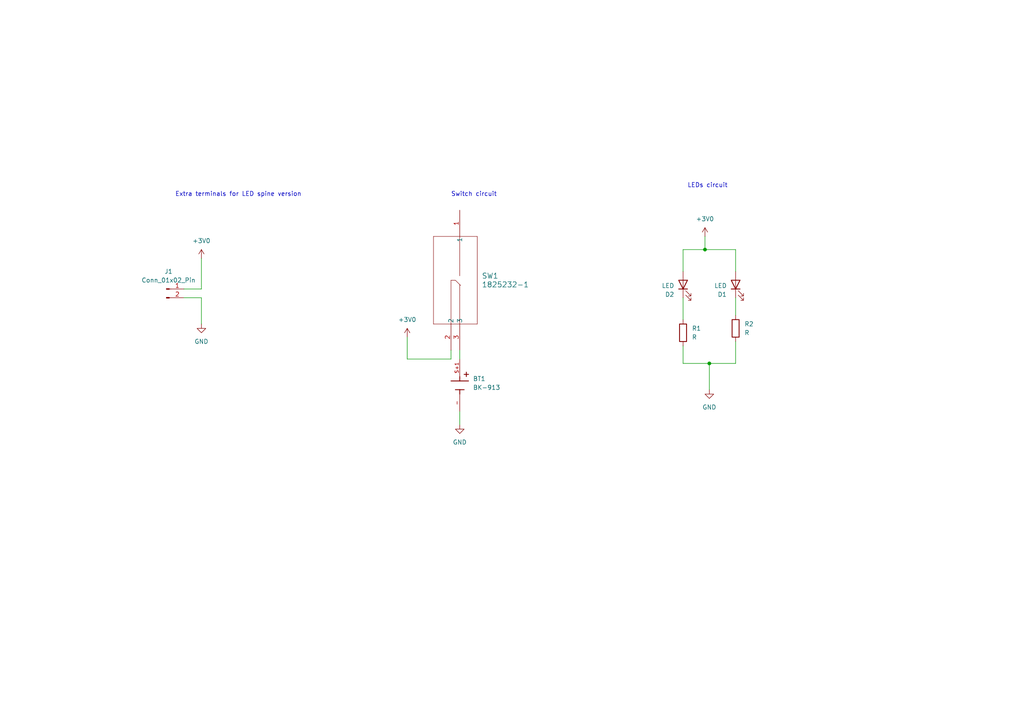
<source format=kicad_sch>
(kicad_sch (version 20230121) (generator eeschema)

  (uuid 6315f954-b6d5-498f-955f-2972efbf6bd9)

  (paper "A4")

  (title_block
    (title "Flex-E Rex PCB 1.4x")
    (date "2023-12-13")
    (rev "1")
    (company "Schulich Maker Multiplex")
    (comment 1 "Lee Evans")
  )

  (lib_symbols
    (symbol "2023-10-05_23-11-44:1825232-1" (pin_names (offset 0.254)) (in_bom yes) (on_board yes)
      (property "Reference" "SW" (at 20.32 10.16 0)
        (effects (font (size 1.524 1.524)))
      )
      (property "Value" "1825232-1" (at 20.32 7.62 0)
        (effects (font (size 1.524 1.524)))
      )
      (property "Footprint" "1825232-1_TEC" (at 0 0 0)
        (effects (font (size 1.27 1.27) italic) hide)
      )
      (property "Datasheet" "1825232-1" (at 0 0 0)
        (effects (font (size 1.27 1.27) italic) hide)
      )
      (property "ki_locked" "" (at 0 0 0)
        (effects (font (size 1.27 1.27)))
      )
      (property "ki_keywords" "1825232-1" (at 0 0 0)
        (effects (font (size 1.27 1.27)) hide)
      )
      (property "ki_fp_filters" "1825232-1_TEC" (at 0 0 0)
        (effects (font (size 1.27 1.27)) hide)
      )
      (symbol "1825232-1_0_1"
        (polyline
          (pts
            (xy 7.62 -7.62)
            (xy 33.02 -7.62)
          )
          (stroke (width 0.127) (type default))
          (fill (type none))
        )
        (polyline
          (pts
            (xy 7.62 0)
            (xy 19.05 0)
          )
          (stroke (width 0.127) (type default))
          (fill (type none))
        )
        (polyline
          (pts
            (xy 7.62 5.08)
            (xy 7.62 -7.62)
          )
          (stroke (width 0.127) (type default))
          (fill (type none))
        )
        (polyline
          (pts
            (xy 20.32 -1.27)
            (xy 20.32 -2.54)
          )
          (stroke (width 0.127) (type default))
          (fill (type none))
        )
        (polyline
          (pts
            (xy 21.59 0)
            (xy 33.02 0)
          )
          (stroke (width 0.127) (type default))
          (fill (type none))
        )
        (polyline
          (pts
            (xy 21.844 0.254)
            (xy 20.32 -1.27)
          )
          (stroke (width 0.127) (type default))
          (fill (type none))
        )
        (polyline
          (pts
            (xy 33.02 -7.62)
            (xy 33.02 5.08)
          )
          (stroke (width 0.127) (type default))
          (fill (type none))
        )
        (polyline
          (pts
            (xy 33.02 -2.54)
            (xy 20.32 -2.54)
          )
          (stroke (width 0.127) (type default))
          (fill (type none))
        )
        (polyline
          (pts
            (xy 33.02 5.08)
            (xy 7.62 5.08)
          )
          (stroke (width 0.127) (type default))
          (fill (type none))
        )
        (pin unspecified line (at 0 0 0) (length 7.62)
          (name "1" (effects (font (size 1.27 1.27))))
          (number "1" (effects (font (size 1.27 1.27))))
        )
        (pin unspecified line (at 40.64 -2.54 180) (length 7.62)
          (name "2" (effects (font (size 1.27 1.27))))
          (number "2" (effects (font (size 1.27 1.27))))
        )
        (pin unspecified line (at 40.64 0 180) (length 7.62)
          (name "3" (effects (font (size 1.27 1.27))))
          (number "3" (effects (font (size 1.27 1.27))))
        )
      )
    )
    (symbol "BK-913:BK-913" (pin_names (offset 1.016) hide) (in_bom yes) (on_board yes)
      (property "Reference" "BT" (at -3.81 3.81 0)
        (effects (font (size 1.27 1.27)) (justify left bottom))
      )
      (property "Value" "BK-913" (at -3.81 -5.08 0)
        (effects (font (size 1.27 1.27)) (justify left bottom))
      )
      (property "Footprint" "BAT_BK-913" (at 0 0 0)
        (effects (font (size 1.27 1.27)) (justify left bottom) hide)
      )
      (property "Datasheet" "" (at 0 0 0)
        (effects (font (size 1.27 1.27)) (justify left bottom) hide)
      )
      (property "PARTREV" "B" (at 0 0 0)
        (effects (font (size 1.27 1.27)) (justify left bottom) hide)
      )
      (property "STANDARD" "Manufacturer Recommendations" (at 0 0 0)
        (effects (font (size 1.27 1.27)) (justify left bottom) hide)
      )
      (property "MAXIMUM_PACKAGE_HEIGHT" "4.27 mm" (at 0 0 0)
        (effects (font (size 1.27 1.27)) (justify left bottom) hide)
      )
      (property "MANUFACTURER" "MPD" (at 0 0 0)
        (effects (font (size 1.27 1.27)) (justify left bottom) hide)
      )
      (property "ki_locked" "" (at 0 0 0)
        (effects (font (size 1.27 1.27)))
      )
      (symbol "BK-913_0_0"
        (polyline
          (pts
            (xy -3.81 1.905)
            (xy -2.54 1.905)
          )
          (stroke (width 0.254) (type solid))
          (fill (type none))
        )
        (polyline
          (pts
            (xy -3.175 2.54)
            (xy -3.175 1.27)
          )
          (stroke (width 0.254) (type solid))
          (fill (type none))
        )
        (polyline
          (pts
            (xy -1.27 0)
            (xy -2.54 0)
          )
          (stroke (width 0.254) (type solid))
          (fill (type none))
        )
        (polyline
          (pts
            (xy -1.27 0)
            (xy -1.27 -2.54)
          )
          (stroke (width 0.254) (type solid))
          (fill (type none))
        )
        (polyline
          (pts
            (xy -1.27 2.54)
            (xy -1.27 0)
          )
          (stroke (width 0.254) (type solid))
          (fill (type none))
        )
        (polyline
          (pts
            (xy 1.27 0)
            (xy 1.27 -1.27)
          )
          (stroke (width 0.254) (type solid))
          (fill (type none))
        )
        (polyline
          (pts
            (xy 1.27 0)
            (xy 2.54 0)
          )
          (stroke (width 0.254) (type solid))
          (fill (type none))
        )
        (polyline
          (pts
            (xy 1.27 1.27)
            (xy 1.27 0)
          )
          (stroke (width 0.254) (type solid))
          (fill (type none))
        )
        (pin passive line (at 7.62 0 180) (length 5.08)
          (name "~" (effects (font (size 1.016 1.016))))
          (number "-" (effects (font (size 1.016 1.016))))
        )
        (pin passive line (at -7.62 0 0) (length 5.08)
          (name "~" (effects (font (size 1.016 1.016))))
          (number "S+1" (effects (font (size 1.016 1.016))))
        )
      )
    )
    (symbol "Connector:Conn_01x02_Pin" (pin_names (offset 1.016) hide) (in_bom yes) (on_board yes)
      (property "Reference" "J" (at 0 2.54 0)
        (effects (font (size 1.27 1.27)))
      )
      (property "Value" "Conn_01x02_Pin" (at 0 -5.08 0)
        (effects (font (size 1.27 1.27)))
      )
      (property "Footprint" "" (at 0 0 0)
        (effects (font (size 1.27 1.27)) hide)
      )
      (property "Datasheet" "~" (at 0 0 0)
        (effects (font (size 1.27 1.27)) hide)
      )
      (property "ki_locked" "" (at 0 0 0)
        (effects (font (size 1.27 1.27)))
      )
      (property "ki_keywords" "connector" (at 0 0 0)
        (effects (font (size 1.27 1.27)) hide)
      )
      (property "ki_description" "Generic connector, single row, 01x02, script generated" (at 0 0 0)
        (effects (font (size 1.27 1.27)) hide)
      )
      (property "ki_fp_filters" "Connector*:*_1x??_*" (at 0 0 0)
        (effects (font (size 1.27 1.27)) hide)
      )
      (symbol "Conn_01x02_Pin_1_1"
        (polyline
          (pts
            (xy 1.27 -2.54)
            (xy 0.8636 -2.54)
          )
          (stroke (width 0.1524) (type default))
          (fill (type none))
        )
        (polyline
          (pts
            (xy 1.27 0)
            (xy 0.8636 0)
          )
          (stroke (width 0.1524) (type default))
          (fill (type none))
        )
        (rectangle (start 0.8636 -2.413) (end 0 -2.667)
          (stroke (width 0.1524) (type default))
          (fill (type outline))
        )
        (rectangle (start 0.8636 0.127) (end 0 -0.127)
          (stroke (width 0.1524) (type default))
          (fill (type outline))
        )
        (pin passive line (at 5.08 0 180) (length 3.81)
          (name "Pin_1" (effects (font (size 1.27 1.27))))
          (number "1" (effects (font (size 1.27 1.27))))
        )
        (pin passive line (at 5.08 -2.54 180) (length 3.81)
          (name "Pin_2" (effects (font (size 1.27 1.27))))
          (number "2" (effects (font (size 1.27 1.27))))
        )
      )
    )
    (symbol "Device:LED" (pin_numbers hide) (pin_names (offset 1.016) hide) (in_bom yes) (on_board yes)
      (property "Reference" "D" (at 0 2.54 0)
        (effects (font (size 1.27 1.27)))
      )
      (property "Value" "LED" (at 0 -2.54 0)
        (effects (font (size 1.27 1.27)))
      )
      (property "Footprint" "" (at 0 0 0)
        (effects (font (size 1.27 1.27)) hide)
      )
      (property "Datasheet" "~" (at 0 0 0)
        (effects (font (size 1.27 1.27)) hide)
      )
      (property "ki_keywords" "LED diode" (at 0 0 0)
        (effects (font (size 1.27 1.27)) hide)
      )
      (property "ki_description" "Light emitting diode" (at 0 0 0)
        (effects (font (size 1.27 1.27)) hide)
      )
      (property "ki_fp_filters" "LED* LED_SMD:* LED_THT:*" (at 0 0 0)
        (effects (font (size 1.27 1.27)) hide)
      )
      (symbol "LED_0_1"
        (polyline
          (pts
            (xy -1.27 -1.27)
            (xy -1.27 1.27)
          )
          (stroke (width 0.254) (type default))
          (fill (type none))
        )
        (polyline
          (pts
            (xy -1.27 0)
            (xy 1.27 0)
          )
          (stroke (width 0) (type default))
          (fill (type none))
        )
        (polyline
          (pts
            (xy 1.27 -1.27)
            (xy 1.27 1.27)
            (xy -1.27 0)
            (xy 1.27 -1.27)
          )
          (stroke (width 0.254) (type default))
          (fill (type none))
        )
        (polyline
          (pts
            (xy -3.048 -0.762)
            (xy -4.572 -2.286)
            (xy -3.81 -2.286)
            (xy -4.572 -2.286)
            (xy -4.572 -1.524)
          )
          (stroke (width 0) (type default))
          (fill (type none))
        )
        (polyline
          (pts
            (xy -1.778 -0.762)
            (xy -3.302 -2.286)
            (xy -2.54 -2.286)
            (xy -3.302 -2.286)
            (xy -3.302 -1.524)
          )
          (stroke (width 0) (type default))
          (fill (type none))
        )
      )
      (symbol "LED_1_1"
        (pin passive line (at -3.81 0 0) (length 2.54)
          (name "K" (effects (font (size 1.27 1.27))))
          (number "1" (effects (font (size 1.27 1.27))))
        )
        (pin passive line (at 3.81 0 180) (length 2.54)
          (name "A" (effects (font (size 1.27 1.27))))
          (number "2" (effects (font (size 1.27 1.27))))
        )
      )
    )
    (symbol "Device:R" (pin_numbers hide) (pin_names (offset 0)) (in_bom yes) (on_board yes)
      (property "Reference" "R" (at 2.032 0 90)
        (effects (font (size 1.27 1.27)))
      )
      (property "Value" "R" (at 0 0 90)
        (effects (font (size 1.27 1.27)))
      )
      (property "Footprint" "" (at -1.778 0 90)
        (effects (font (size 1.27 1.27)) hide)
      )
      (property "Datasheet" "~" (at 0 0 0)
        (effects (font (size 1.27 1.27)) hide)
      )
      (property "ki_keywords" "R res resistor" (at 0 0 0)
        (effects (font (size 1.27 1.27)) hide)
      )
      (property "ki_description" "Resistor" (at 0 0 0)
        (effects (font (size 1.27 1.27)) hide)
      )
      (property "ki_fp_filters" "R_*" (at 0 0 0)
        (effects (font (size 1.27 1.27)) hide)
      )
      (symbol "R_0_1"
        (rectangle (start -1.016 -2.54) (end 1.016 2.54)
          (stroke (width 0.254) (type default))
          (fill (type none))
        )
      )
      (symbol "R_1_1"
        (pin passive line (at 0 3.81 270) (length 1.27)
          (name "~" (effects (font (size 1.27 1.27))))
          (number "1" (effects (font (size 1.27 1.27))))
        )
        (pin passive line (at 0 -3.81 90) (length 1.27)
          (name "~" (effects (font (size 1.27 1.27))))
          (number "2" (effects (font (size 1.27 1.27))))
        )
      )
    )
    (symbol "power:+3V0" (power) (pin_names (offset 0)) (in_bom yes) (on_board yes)
      (property "Reference" "#PWR" (at 0 -3.81 0)
        (effects (font (size 1.27 1.27)) hide)
      )
      (property "Value" "+3V0" (at 0 3.556 0)
        (effects (font (size 1.27 1.27)))
      )
      (property "Footprint" "" (at 0 0 0)
        (effects (font (size 1.27 1.27)) hide)
      )
      (property "Datasheet" "" (at 0 0 0)
        (effects (font (size 1.27 1.27)) hide)
      )
      (property "ki_keywords" "global power" (at 0 0 0)
        (effects (font (size 1.27 1.27)) hide)
      )
      (property "ki_description" "Power symbol creates a global label with name \"+3V0\"" (at 0 0 0)
        (effects (font (size 1.27 1.27)) hide)
      )
      (symbol "+3V0_0_1"
        (polyline
          (pts
            (xy -0.762 1.27)
            (xy 0 2.54)
          )
          (stroke (width 0) (type default))
          (fill (type none))
        )
        (polyline
          (pts
            (xy 0 0)
            (xy 0 2.54)
          )
          (stroke (width 0) (type default))
          (fill (type none))
        )
        (polyline
          (pts
            (xy 0 2.54)
            (xy 0.762 1.27)
          )
          (stroke (width 0) (type default))
          (fill (type none))
        )
      )
      (symbol "+3V0_1_1"
        (pin power_in line (at 0 0 90) (length 0) hide
          (name "+3V0" (effects (font (size 1.27 1.27))))
          (number "1" (effects (font (size 1.27 1.27))))
        )
      )
    )
    (symbol "power:GND" (power) (pin_names (offset 0)) (in_bom yes) (on_board yes)
      (property "Reference" "#PWR" (at 0 -6.35 0)
        (effects (font (size 1.27 1.27)) hide)
      )
      (property "Value" "GND" (at 0 -3.81 0)
        (effects (font (size 1.27 1.27)))
      )
      (property "Footprint" "" (at 0 0 0)
        (effects (font (size 1.27 1.27)) hide)
      )
      (property "Datasheet" "" (at 0 0 0)
        (effects (font (size 1.27 1.27)) hide)
      )
      (property "ki_keywords" "global power" (at 0 0 0)
        (effects (font (size 1.27 1.27)) hide)
      )
      (property "ki_description" "Power symbol creates a global label with name \"GND\" , ground" (at 0 0 0)
        (effects (font (size 1.27 1.27)) hide)
      )
      (symbol "GND_0_1"
        (polyline
          (pts
            (xy 0 0)
            (xy 0 -1.27)
            (xy 1.27 -1.27)
            (xy 0 -2.54)
            (xy -1.27 -1.27)
            (xy 0 -1.27)
          )
          (stroke (width 0) (type default))
          (fill (type none))
        )
      )
      (symbol "GND_1_1"
        (pin power_in line (at 0 0 270) (length 0) hide
          (name "GND" (effects (font (size 1.27 1.27))))
          (number "1" (effects (font (size 1.27 1.27))))
        )
      )
    )
  )

  (junction (at 204.47 72.39) (diameter 0) (color 0 0 0 0)
    (uuid 1c4eeeca-ad13-403f-bb1e-eb51a8d2f322)
  )
  (junction (at 205.74 105.41) (diameter 0) (color 0 0 0 0)
    (uuid ed37ecb8-fc4c-41e7-9735-5cf7892cf073)
  )

  (wire (pts (xy 205.74 105.41) (xy 213.36 105.41))
    (stroke (width 0) (type default))
    (uuid 0b8210f2-6a27-41be-aee0-0b2da364f321)
  )
  (wire (pts (xy 118.11 97.79) (xy 118.11 104.14))
    (stroke (width 0) (type default))
    (uuid 0e9c8755-7c0e-4fd0-a6af-8f9e0434af27)
  )
  (wire (pts (xy 205.74 105.41) (xy 205.74 113.03))
    (stroke (width 0) (type default))
    (uuid 18a26b86-948d-44c1-b70e-56d22201a71a)
  )
  (wire (pts (xy 198.12 105.41) (xy 205.74 105.41))
    (stroke (width 0) (type default))
    (uuid 2dc2f522-f2af-4a84-b2f8-34672dd69d53)
  )
  (wire (pts (xy 118.11 104.14) (xy 130.81 104.14))
    (stroke (width 0) (type default))
    (uuid 3a7154d3-4c1d-4506-b60f-2aa1b0af6a70)
  )
  (wire (pts (xy 130.81 104.14) (xy 130.81 101.6))
    (stroke (width 0) (type default))
    (uuid 3b0476ee-d5c0-43c5-ab23-12c68aedf59f)
  )
  (wire (pts (xy 53.34 86.36) (xy 58.42 86.36))
    (stroke (width 0) (type default))
    (uuid 493c75ba-03eb-42a0-84c3-e7702ab70198)
  )
  (wire (pts (xy 213.36 72.39) (xy 204.47 72.39))
    (stroke (width 0) (type default))
    (uuid 49c8349a-81f5-4f2d-bee0-2cce335be15f)
  )
  (wire (pts (xy 198.12 100.33) (xy 198.12 105.41))
    (stroke (width 0) (type default))
    (uuid 4a1961b1-c1be-4644-be34-cefacf0b490f)
  )
  (wire (pts (xy 198.12 86.36) (xy 198.12 92.71))
    (stroke (width 0) (type default))
    (uuid 5ae26529-88ea-4ce4-9b3f-e5b68f6b8a56)
  )
  (wire (pts (xy 213.36 99.06) (xy 213.36 105.41))
    (stroke (width 0) (type default))
    (uuid 79281152-f07f-4158-bb15-d5ce3cea40f8)
  )
  (wire (pts (xy 198.12 72.39) (xy 204.47 72.39))
    (stroke (width 0) (type default))
    (uuid 885e957c-3534-4161-86ad-45b3478cd50d)
  )
  (wire (pts (xy 133.35 101.6) (xy 133.35 104.14))
    (stroke (width 0) (type default))
    (uuid 92ed85a8-29c4-4888-91fd-26a7820d2242)
  )
  (wire (pts (xy 58.42 86.36) (xy 58.42 93.98))
    (stroke (width 0) (type default))
    (uuid b5d1c336-3568-471b-87d2-bc5a48606b78)
  )
  (wire (pts (xy 213.36 78.74) (xy 213.36 72.39))
    (stroke (width 0) (type default))
    (uuid b69d4a3d-fd31-4cf3-965e-f82150057084)
  )
  (wire (pts (xy 204.47 68.58) (xy 204.47 72.39))
    (stroke (width 0) (type default))
    (uuid c15030a5-373d-448a-b296-c392ae9159c1)
  )
  (wire (pts (xy 213.36 86.36) (xy 213.36 91.44))
    (stroke (width 0) (type default))
    (uuid c4858b49-ebd5-4303-85d5-4395ffe115fc)
  )
  (wire (pts (xy 198.12 78.74) (xy 198.12 72.39))
    (stroke (width 0) (type default))
    (uuid e329de1c-98df-463b-9480-75d6ac6b6010)
  )
  (wire (pts (xy 133.35 119.38) (xy 133.35 123.19))
    (stroke (width 0) (type default))
    (uuid ea90511d-c372-451a-a88b-ed97b617a9b4)
  )
  (wire (pts (xy 53.34 83.82) (xy 58.42 83.82))
    (stroke (width 0) (type default))
    (uuid eed6ee9b-97e1-459d-ab78-037e0db4be7f)
  )
  (wire (pts (xy 58.42 83.82) (xy 58.42 74.93))
    (stroke (width 0) (type default))
    (uuid f47122de-758e-417d-b604-ed6ec205b1b8)
  )

  (text "LEDs circuit" (at 199.39 54.61 0)
    (effects (font (size 1.27 1.27)) (justify left bottom))
    (uuid 1803644d-82f5-4f2f-bf90-09a77f61a56d)
  )
  (text "Switch circuit" (at 130.81 57.15 0)
    (effects (font (size 1.27 1.27)) (justify left bottom))
    (uuid 7cb00884-5819-4465-8f2f-fa1d63e9bb6b)
  )
  (text "Extra terminals for LED spine version" (at 50.8 57.15 0)
    (effects (font (size 1.27 1.27)) (justify left bottom))
    (uuid c4da5f8c-4a57-4178-891e-bde9f855c791)
  )

  (symbol (lib_id "Device:LED") (at 198.12 82.55 90) (unit 1)
    (in_bom yes) (on_board yes) (dnp no)
    (uuid 2c63c506-d29d-439a-8f63-20eabc1bdeed)
    (property "Reference" "D2" (at 195.58 85.4075 90)
      (effects (font (size 1.27 1.27)) (justify left))
    )
    (property "Value" "LED" (at 195.58 82.8675 90)
      (effects (font (size 1.27 1.27)) (justify left))
    )
    (property "Footprint" "LED_THT:LED_D8.0mm-3" (at 198.12 82.55 0)
      (effects (font (size 1.27 1.27)) hide)
    )
    (property "Datasheet" "~" (at 198.12 82.55 0)
      (effects (font (size 1.27 1.27)) hide)
    )
    (pin "1" (uuid 4918845b-9450-43a6-bea2-529910084649))
    (pin "2" (uuid a070cb1b-d22d-4115-9602-f6d067e09050))
    (instances
      (project "Flex-E Rex 1_4"
        (path "/6315f954-b6d5-498f-955f-2972efbf6bd9"
          (reference "D2") (unit 1)
        )
      )
    )
  )

  (symbol (lib_id "Device:R") (at 213.36 95.25 0) (unit 1)
    (in_bom yes) (on_board yes) (dnp no) (fields_autoplaced)
    (uuid 4905778b-2ca6-4467-86e7-df3418d2fc07)
    (property "Reference" "R2" (at 215.9 93.98 0)
      (effects (font (size 1.27 1.27)) (justify left))
    )
    (property "Value" "R" (at 215.9 96.52 0)
      (effects (font (size 1.27 1.27)) (justify left))
    )
    (property "Footprint" "Resistor_THT:R_Axial_DIN0207_L6.3mm_D2.5mm_P7.62mm_Horizontal" (at 211.582 95.25 90)
      (effects (font (size 1.27 1.27)) hide)
    )
    (property "Datasheet" "~" (at 213.36 95.25 0)
      (effects (font (size 1.27 1.27)) hide)
    )
    (pin "1" (uuid 3085e389-9e46-41c3-b4ab-c92437ae3e60))
    (pin "2" (uuid 5b9b3104-0af9-4c8e-ae63-21750f194a22))
    (instances
      (project "Flex-E Rex 1_4"
        (path "/6315f954-b6d5-498f-955f-2972efbf6bd9"
          (reference "R2") (unit 1)
        )
      )
    )
  )

  (symbol (lib_id "power:GND") (at 133.35 123.19 0) (unit 1)
    (in_bom yes) (on_board yes) (dnp no) (fields_autoplaced)
    (uuid 54f18ed1-8158-4d4d-b63e-a9bba19e1704)
    (property "Reference" "#PWR02" (at 133.35 129.54 0)
      (effects (font (size 1.27 1.27)) hide)
    )
    (property "Value" "GND" (at 133.35 128.27 0)
      (effects (font (size 1.27 1.27)))
    )
    (property "Footprint" "" (at 133.35 123.19 0)
      (effects (font (size 1.27 1.27)) hide)
    )
    (property "Datasheet" "" (at 133.35 123.19 0)
      (effects (font (size 1.27 1.27)) hide)
    )
    (pin "1" (uuid 5af450d4-5767-45d0-b17a-0887e4902bc6))
    (instances
      (project "Flex-E Rex 1_4"
        (path "/6315f954-b6d5-498f-955f-2972efbf6bd9"
          (reference "#PWR02") (unit 1)
        )
      )
    )
  )

  (symbol (lib_id "Device:R") (at 198.12 96.52 0) (unit 1)
    (in_bom yes) (on_board yes) (dnp no) (fields_autoplaced)
    (uuid 5989b4cd-9b8c-4b46-99f1-7c0129d27bf3)
    (property "Reference" "R1" (at 200.66 95.25 0)
      (effects (font (size 1.27 1.27)) (justify left))
    )
    (property "Value" "R" (at 200.66 97.79 0)
      (effects (font (size 1.27 1.27)) (justify left))
    )
    (property "Footprint" "Resistor_THT:R_Axial_DIN0207_L6.3mm_D2.5mm_P7.62mm_Horizontal" (at 196.342 96.52 90)
      (effects (font (size 1.27 1.27)) hide)
    )
    (property "Datasheet" "~" (at 198.12 96.52 0)
      (effects (font (size 1.27 1.27)) hide)
    )
    (pin "1" (uuid 47994e18-c61c-47b0-999c-2eff5b579541))
    (pin "2" (uuid 3d1162c5-e085-443a-88db-dfd17d9ff2bb))
    (instances
      (project "Flex-E Rex 1_4"
        (path "/6315f954-b6d5-498f-955f-2972efbf6bd9"
          (reference "R1") (unit 1)
        )
      )
    )
  )

  (symbol (lib_id "Device:LED") (at 213.36 82.55 90) (unit 1)
    (in_bom yes) (on_board yes) (dnp no)
    (uuid 59b7309b-1dfc-452b-8b9d-e78b3cb23fa5)
    (property "Reference" "D1" (at 210.82 85.4075 90)
      (effects (font (size 1.27 1.27)) (justify left))
    )
    (property "Value" "LED" (at 210.82 82.8675 90)
      (effects (font (size 1.27 1.27)) (justify left))
    )
    (property "Footprint" "LED_THT:LED_D8.0mm-3" (at 213.36 82.55 0)
      (effects (font (size 1.27 1.27)) hide)
    )
    (property "Datasheet" "~" (at 213.36 82.55 0)
      (effects (font (size 1.27 1.27)) hide)
    )
    (pin "1" (uuid cf210885-ef6f-4efd-9dcc-032853c0f3b3))
    (pin "2" (uuid 5aba2851-0365-4750-9282-461575b7f385))
    (instances
      (project "Flex-E Rex 1_4"
        (path "/6315f954-b6d5-498f-955f-2972efbf6bd9"
          (reference "D1") (unit 1)
        )
      )
    )
  )

  (symbol (lib_id "BK-913:BK-913") (at 133.35 111.76 270) (unit 1)
    (in_bom yes) (on_board yes) (dnp no) (fields_autoplaced)
    (uuid 67ced683-201c-4eaf-9326-03559f38cc60)
    (property "Reference" "BT1" (at 137.16 109.855 90)
      (effects (font (size 1.27 1.27)) (justify left))
    )
    (property "Value" "BK-913" (at 137.16 112.395 90)
      (effects (font (size 1.27 1.27)) (justify left))
    )
    (property "Footprint" "BK-913:BAT_BK-913" (at 133.35 111.76 0)
      (effects (font (size 1.27 1.27)) (justify left bottom) hide)
    )
    (property "Datasheet" "" (at 133.35 111.76 0)
      (effects (font (size 1.27 1.27)) (justify left bottom) hide)
    )
    (property "PARTREV" "B" (at 133.35 111.76 0)
      (effects (font (size 1.27 1.27)) (justify left bottom) hide)
    )
    (property "STANDARD" "Manufacturer Recommendations" (at 133.35 111.76 0)
      (effects (font (size 1.27 1.27)) (justify left bottom) hide)
    )
    (property "MAXIMUM_PACKAGE_HEIGHT" "4.27 mm" (at 133.35 111.76 0)
      (effects (font (size 1.27 1.27)) (justify left bottom) hide)
    )
    (property "MANUFACTURER" "MPD" (at 133.35 111.76 0)
      (effects (font (size 1.27 1.27)) (justify left bottom) hide)
    )
    (pin "-" (uuid 6826da8f-df5c-4fd9-8ab5-787e15dab26d))
    (pin "S+1" (uuid 31cdaf44-400b-412b-8a59-f48eaa46aea2))
    (instances
      (project "Flex-E Rex 1_4"
        (path "/6315f954-b6d5-498f-955f-2972efbf6bd9"
          (reference "BT1") (unit 1)
        )
      )
    )
  )

  (symbol (lib_id "power:GND") (at 205.74 113.03 0) (unit 1)
    (in_bom yes) (on_board yes) (dnp no) (fields_autoplaced)
    (uuid 698ce37d-04df-49eb-9fd4-408877bd1d6d)
    (property "Reference" "#PWR04" (at 205.74 119.38 0)
      (effects (font (size 1.27 1.27)) hide)
    )
    (property "Value" "GND" (at 205.74 118.11 0)
      (effects (font (size 1.27 1.27)))
    )
    (property "Footprint" "" (at 205.74 113.03 0)
      (effects (font (size 1.27 1.27)) hide)
    )
    (property "Datasheet" "" (at 205.74 113.03 0)
      (effects (font (size 1.27 1.27)) hide)
    )
    (pin "1" (uuid df0c71a7-b0a2-4283-ab64-a5b7ab6e2839))
    (instances
      (project "Flex-E Rex 1_4"
        (path "/6315f954-b6d5-498f-955f-2972efbf6bd9"
          (reference "#PWR04") (unit 1)
        )
      )
    )
  )

  (symbol (lib_id "power:+3V0") (at 118.11 97.79 0) (unit 1)
    (in_bom yes) (on_board yes) (dnp no)
    (uuid 72cda9ea-4776-4101-aa09-47a6d9edd90e)
    (property "Reference" "#PWR05" (at 118.11 101.6 0)
      (effects (font (size 1.27 1.27)) hide)
    )
    (property "Value" "+3V0" (at 118.11 92.71 0)
      (effects (font (size 1.27 1.27)))
    )
    (property "Footprint" "" (at 118.11 97.79 0)
      (effects (font (size 1.27 1.27)) hide)
    )
    (property "Datasheet" "" (at 118.11 97.79 0)
      (effects (font (size 1.27 1.27)) hide)
    )
    (pin "1" (uuid e24bbda8-c84c-435a-b00c-acab252e47c4))
    (instances
      (project "Flex-E Rex 1_4"
        (path "/6315f954-b6d5-498f-955f-2972efbf6bd9"
          (reference "#PWR05") (unit 1)
        )
      )
    )
  )

  (symbol (lib_id "power:+3V0") (at 58.42 74.93 0) (unit 1)
    (in_bom yes) (on_board yes) (dnp no) (fields_autoplaced)
    (uuid bb18b342-62f3-44db-8dea-8ce3a591227c)
    (property "Reference" "#PWR01" (at 58.42 78.74 0)
      (effects (font (size 1.27 1.27)) hide)
    )
    (property "Value" "+3V0" (at 58.42 69.85 0)
      (effects (font (size 1.27 1.27)))
    )
    (property "Footprint" "" (at 58.42 74.93 0)
      (effects (font (size 1.27 1.27)) hide)
    )
    (property "Datasheet" "" (at 58.42 74.93 0)
      (effects (font (size 1.27 1.27)) hide)
    )
    (pin "1" (uuid 2bd6e5d5-f8f1-4c05-b756-2e91be111237))
    (instances
      (project "Flex-E Rex 1_4"
        (path "/6315f954-b6d5-498f-955f-2972efbf6bd9"
          (reference "#PWR01") (unit 1)
        )
      )
    )
  )

  (symbol (lib_id "power:GND") (at 58.42 93.98 0) (unit 1)
    (in_bom yes) (on_board yes) (dnp no) (fields_autoplaced)
    (uuid be30376a-798b-43fc-bb0f-efbed0662611)
    (property "Reference" "#PWR06" (at 58.42 100.33 0)
      (effects (font (size 1.27 1.27)) hide)
    )
    (property "Value" "GND" (at 58.42 99.06 0)
      (effects (font (size 1.27 1.27)))
    )
    (property "Footprint" "" (at 58.42 93.98 0)
      (effects (font (size 1.27 1.27)) hide)
    )
    (property "Datasheet" "" (at 58.42 93.98 0)
      (effects (font (size 1.27 1.27)) hide)
    )
    (pin "1" (uuid d37f836a-c4af-45bb-90e7-0a3b668b0ed4))
    (instances
      (project "Flex-E Rex 1_4"
        (path "/6315f954-b6d5-498f-955f-2972efbf6bd9"
          (reference "#PWR06") (unit 1)
        )
      )
    )
  )

  (symbol (lib_id "Connector:Conn_01x02_Pin") (at 48.26 83.82 0) (unit 1)
    (in_bom yes) (on_board yes) (dnp no) (fields_autoplaced)
    (uuid d55d81b4-9360-4c1a-9aa7-0dbac1906441)
    (property "Reference" "J1" (at 48.895 78.74 0)
      (effects (font (size 1.27 1.27)))
    )
    (property "Value" "Conn_01x02_Pin" (at 48.895 81.28 0)
      (effects (font (size 1.27 1.27)))
    )
    (property "Footprint" "Connector_PinHeader_2.54mm:PinHeader_1x02_P2.54mm_Vertical" (at 48.26 83.82 0)
      (effects (font (size 1.27 1.27)) hide)
    )
    (property "Datasheet" "~" (at 48.26 83.82 0)
      (effects (font (size 1.27 1.27)) hide)
    )
    (pin "1" (uuid f4c3669b-b79e-4832-8fc1-dc02058a7f90))
    (pin "2" (uuid 88b0ff08-656a-4045-a635-3c65d074e8e4))
    (instances
      (project "Flex-E Rex 1_4"
        (path "/6315f954-b6d5-498f-955f-2972efbf6bd9"
          (reference "J1") (unit 1)
        )
      )
    )
  )

  (symbol (lib_id "power:+3V0") (at 204.47 68.58 0) (unit 1)
    (in_bom yes) (on_board yes) (dnp no) (fields_autoplaced)
    (uuid dcadeba2-e834-4261-82ca-14049d76170a)
    (property "Reference" "#PWR03" (at 204.47 72.39 0)
      (effects (font (size 1.27 1.27)) hide)
    )
    (property "Value" "+3V0" (at 204.47 63.5 0)
      (effects (font (size 1.27 1.27)))
    )
    (property "Footprint" "" (at 204.47 68.58 0)
      (effects (font (size 1.27 1.27)) hide)
    )
    (property "Datasheet" "" (at 204.47 68.58 0)
      (effects (font (size 1.27 1.27)) hide)
    )
    (pin "1" (uuid 0ddd8ed4-6d57-41cd-bfb1-9bab5a9d42a5))
    (instances
      (project "Flex-E Rex 1_4"
        (path "/6315f954-b6d5-498f-955f-2972efbf6bd9"
          (reference "#PWR03") (unit 1)
        )
      )
    )
  )

  (symbol (lib_id "2023-10-05_23-11-44:1825232-1") (at 133.35 60.96 270) (unit 1)
    (in_bom yes) (on_board yes) (dnp no) (fields_autoplaced)
    (uuid eaab17bb-8ba2-4c36-b414-f155c1216c32)
    (property "Reference" "SW1" (at 139.7 80.01 90)
      (effects (font (size 1.524 1.524)) (justify left))
    )
    (property "Value" "1825232-1" (at 139.7 82.55 90)
      (effects (font (size 1.524 1.524)) (justify left))
    )
    (property "Footprint" "footprints:1825232-1_TEC" (at 133.35 60.96 0)
      (effects (font (size 1.27 1.27) italic) hide)
    )
    (property "Datasheet" "1825232-1" (at 133.35 60.96 0)
      (effects (font (size 1.27 1.27) italic) hide)
    )
    (pin "1" (uuid 73dccf46-cbe8-47de-9dd3-0d72cac8b65b))
    (pin "2" (uuid ec095891-db55-41e0-af27-3a8fe1d16844))
    (pin "3" (uuid 3a6f4e18-bf3a-4aac-949a-92d5c1fefb4a))
    (instances
      (project "Flex-E Rex 1_4"
        (path "/6315f954-b6d5-498f-955f-2972efbf6bd9"
          (reference "SW1") (unit 1)
        )
      )
    )
  )

  (sheet_instances
    (path "/" (page "1"))
  )
)

</source>
